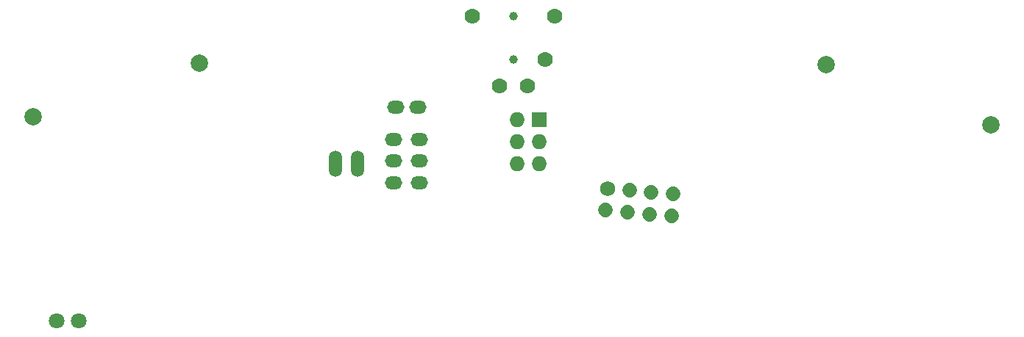
<source format=gbs>
%FSLAX46Y46*%
G04 Gerber Fmt 4.6, Leading zero omitted, Abs format (unit mm)*
G04 Created by KiCad (PCBNEW (2014-10-27 BZR 5228)-product) date 1/30/2015 1:36:17 PM*
%MOMM*%
G01*
G04 APERTURE LIST*
%ADD10C,0.100000*%
%ADD11C,1.727200*%
%ADD12C,1.727200*%
%ADD13R,1.727200X1.727200*%
%ADD14O,1.727200X1.727200*%
%ADD15O,1.506220X3.014980*%
%ADD16O,1.981200X1.501140*%
%ADD17C,1.998980*%
%ADD18C,1.800000*%
%ADD19C,1.778000*%
%ADD20C,0.990600*%
G04 APERTURE END LIST*
D10*
D11*
X73531186Y-21770769D03*
D12*
X73309810Y-24301104D02*
X73309810Y-24301104D01*
X76061521Y-21992145D02*
X76061521Y-21992145D01*
X75840145Y-24522479D02*
X75840145Y-24522479D01*
X78591855Y-22213521D02*
X78591855Y-22213521D01*
X78370479Y-24743855D02*
X78370479Y-24743855D01*
X81122190Y-22434896D02*
X81122190Y-22434896D01*
X80900814Y-24965231D02*
X80900814Y-24965231D01*
D13*
X65722500Y-13843000D03*
D14*
X63182500Y-13843000D03*
X65722500Y-16383000D03*
X63182500Y-16383000D03*
X65722500Y-18923000D03*
X63182500Y-18923000D03*
D15*
X44767500Y-18923000D03*
X42227500Y-18923000D03*
D16*
X48917860Y-16106140D03*
X51920140Y-16106140D03*
X51920140Y-18605500D03*
X48917860Y-18605500D03*
X51920140Y-21104860D03*
X48917860Y-21104860D03*
X49149000Y-12405360D03*
X51689000Y-12405360D03*
D17*
X7429500Y-13525500D03*
X26606500Y-7366000D03*
X98742500Y-7493000D03*
X117665500Y-14414500D03*
D18*
X12700000Y-37084000D03*
X10160000Y-37084000D03*
D19*
X57937400Y-1879600D03*
X67437000Y-1879600D03*
X61137800Y-9982200D03*
X64338200Y-9982200D03*
X66344800Y-6883400D03*
D20*
X62738000Y-1879600D03*
X62738000Y-6883400D03*
M02*

</source>
